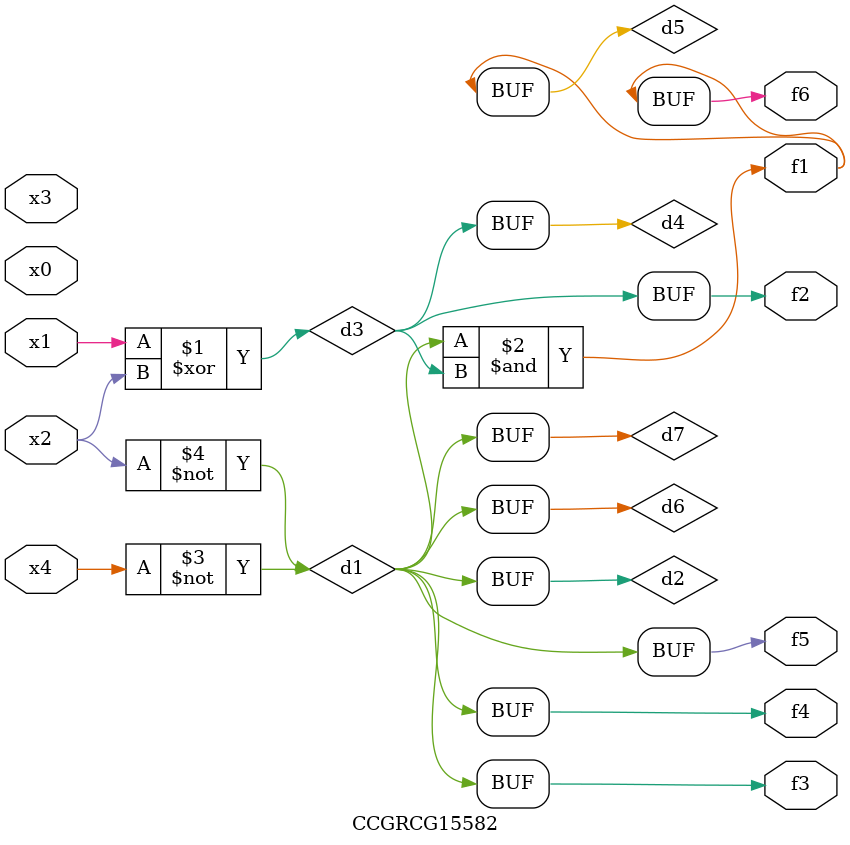
<source format=v>
module CCGRCG15582(
	input x0, x1, x2, x3, x4,
	output f1, f2, f3, f4, f5, f6
);

	wire d1, d2, d3, d4, d5, d6, d7;

	not (d1, x4);
	not (d2, x2);
	xor (d3, x1, x2);
	buf (d4, d3);
	and (d5, d1, d3);
	buf (d6, d1, d2);
	buf (d7, d2);
	assign f1 = d5;
	assign f2 = d4;
	assign f3 = d7;
	assign f4 = d7;
	assign f5 = d7;
	assign f6 = d5;
endmodule

</source>
